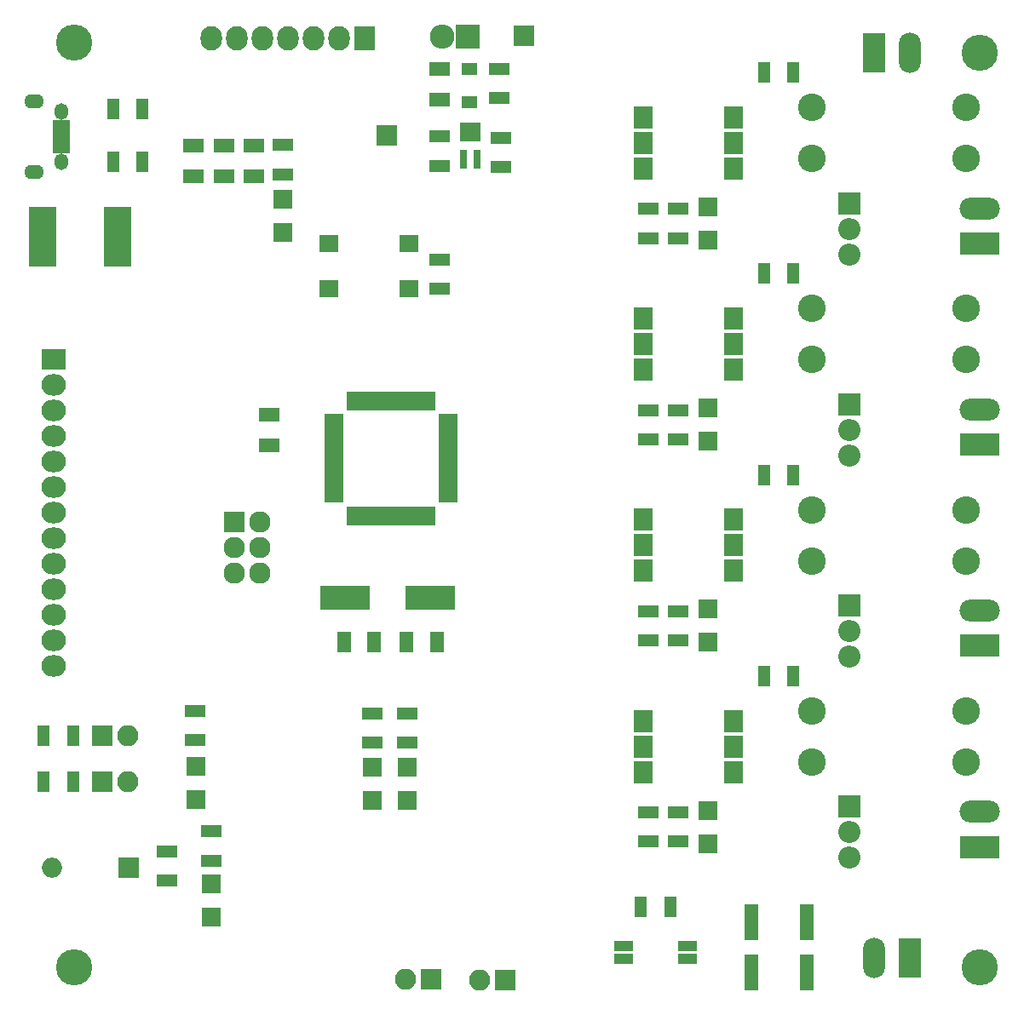
<source format=gts>
G04 #@! TF.FileFunction,Soldermask,Top*
%FSLAX46Y46*%
G04 Gerber Fmt 4.6, Leading zero omitted, Abs format (unit mm)*
G04 Created by KiCad (PCBNEW 4.0.5) date 05/01/17 10:10:01*
%MOMM*%
%LPD*%
G01*
G04 APERTURE LIST*
%ADD10C,0.100000*%
%ADD11C,3.600000*%
%ADD12R,1.920000X1.010000*%
%ADD13R,1.400000X3.600000*%
%ADD14R,2.127200X2.127200*%
%ADD15O,2.127200X2.127200*%
%ADD16R,2.200000X4.000000*%
%ADD17O,2.200000X4.000000*%
%ADD18R,2.100000X1.300000*%
%ADD19R,1.750000X0.800000*%
%ADD20O,1.350000X1.650000*%
%ADD21O,1.950000X1.400000*%
%ADD22R,2.432000X2.127200*%
%ADD23O,2.432000X2.127200*%
%ADD24R,1.900000X0.950000*%
%ADD25R,0.950000X1.900000*%
%ADD26C,2.749500*%
%ADD27R,2.000000X1.400000*%
%ADD28R,1.900000X1.900000*%
%ADD29R,2.700000X6.000000*%
%ADD30R,2.100000X2.100000*%
%ADD31O,2.100000X2.100000*%
%ADD32R,1.300000X2.100000*%
%ADD33R,1.950000X1.700000*%
%ADD34R,2.000000X2.000000*%
%ADD35O,2.000000X2.000000*%
%ADD36R,1.400000X2.000000*%
%ADD37R,4.900000X2.400000*%
%ADD38R,4.000000X2.200000*%
%ADD39O,4.000000X2.200000*%
%ADD40R,2.127200X2.432000*%
%ADD41O,2.127200X2.432000*%
%ADD42R,2.432000X2.432000*%
%ADD43O,2.432000X2.432000*%
%ADD44R,1.600000X1.300000*%
%ADD45R,0.800000X1.900000*%
%ADD46R,2.200000X2.200000*%
%ADD47O,2.200000X2.200000*%
%ADD48R,1.925000X2.180000*%
G04 APERTURE END LIST*
D10*
D11*
X125000000Y-113000000D03*
X35000000Y-113000000D03*
X125000000Y-22000000D03*
D12*
X95925000Y-112135000D03*
X95925000Y-110865000D03*
X89575000Y-110865000D03*
X89575000Y-112135000D03*
D13*
X107750000Y-113500000D03*
X102250000Y-113500000D03*
X107750000Y-108500000D03*
X102250000Y-108500000D03*
D14*
X50860000Y-68650000D03*
D15*
X53400000Y-68650000D03*
X50860000Y-71190000D03*
X53400000Y-71190000D03*
X50860000Y-73730000D03*
X53400000Y-73730000D03*
D16*
X114510000Y-22000000D03*
D17*
X118010000Y-22000000D03*
D18*
X71260000Y-33250000D03*
X71260000Y-30350000D03*
D19*
X33710000Y-29050000D03*
X33710000Y-29700000D03*
X33710000Y-30350000D03*
X33710000Y-31000000D03*
X33710000Y-31650000D03*
D20*
X33710000Y-27850000D03*
X33710000Y-32850000D03*
D21*
X31010000Y-26850000D03*
X31010000Y-33850000D03*
D18*
X95000000Y-80450000D03*
X95000000Y-77550000D03*
D22*
X32910000Y-52500000D03*
D23*
X32910000Y-55040000D03*
X32910000Y-57580000D03*
X32910000Y-60120000D03*
X32910000Y-62660000D03*
X32910000Y-65200000D03*
X32910000Y-67740000D03*
X32910000Y-70280000D03*
X32910000Y-72820000D03*
X32910000Y-75360000D03*
X32910000Y-77900000D03*
X32910000Y-80440000D03*
X32910000Y-82980000D03*
D24*
X60760000Y-58350000D03*
X60760000Y-59150000D03*
X60760000Y-59950000D03*
X60760000Y-60750000D03*
X60760000Y-61550000D03*
X60760000Y-62350000D03*
X60760000Y-63150000D03*
X60760000Y-63950000D03*
X60760000Y-64750000D03*
X60760000Y-65550000D03*
X60760000Y-66350000D03*
D25*
X62460000Y-68050000D03*
X63260000Y-68050000D03*
X64060000Y-68050000D03*
X64860000Y-68050000D03*
X65660000Y-68050000D03*
X66460000Y-68050000D03*
X67260000Y-68050000D03*
X68060000Y-68050000D03*
X68860000Y-68050000D03*
X69660000Y-68050000D03*
X70460000Y-68050000D03*
D24*
X72160000Y-66350000D03*
X72160000Y-65550000D03*
X72160000Y-64750000D03*
X72160000Y-63950000D03*
X72160000Y-63150000D03*
X72160000Y-62350000D03*
X72160000Y-61550000D03*
X72160000Y-60750000D03*
X72160000Y-59950000D03*
X72160000Y-59150000D03*
X72160000Y-58350000D03*
D25*
X70460000Y-56650000D03*
X69660000Y-56650000D03*
X68860000Y-56650000D03*
X68060000Y-56650000D03*
X67260000Y-56650000D03*
X66460000Y-56650000D03*
X65660000Y-56650000D03*
X64860000Y-56650000D03*
X64060000Y-56650000D03*
X63260000Y-56650000D03*
X62460000Y-56650000D03*
D26*
X123660640Y-27460000D03*
X123660640Y-32540000D03*
X108339360Y-27460000D03*
X108339360Y-32540000D03*
D27*
X46860000Y-31300000D03*
X46860000Y-34300000D03*
X49860000Y-31300000D03*
X49860000Y-34300000D03*
X71260000Y-26650000D03*
X71260000Y-23650000D03*
X54360000Y-61050000D03*
X54360000Y-58050000D03*
D28*
X55760000Y-36600000D03*
X55760000Y-39900000D03*
X64610000Y-93050000D03*
X64610000Y-96350000D03*
X68110000Y-93050000D03*
X68110000Y-96350000D03*
X48610000Y-104650000D03*
X48610000Y-107950000D03*
X98000000Y-37350000D03*
X98000000Y-40650000D03*
X98000000Y-57350000D03*
X98000000Y-60650000D03*
D29*
X39260000Y-40350000D03*
X31860000Y-40350000D03*
D30*
X37810000Y-94500000D03*
D31*
X40350000Y-94500000D03*
D30*
X37810000Y-89900000D03*
D31*
X40350000Y-89900000D03*
D18*
X92000000Y-40450000D03*
X92000000Y-37550000D03*
X95000000Y-40450000D03*
X95000000Y-37550000D03*
D32*
X106450000Y-24000000D03*
X103550000Y-24000000D03*
X94210000Y-106950000D03*
X91310000Y-106950000D03*
X41760000Y-32850000D03*
X38860000Y-32850000D03*
D18*
X55760000Y-31200000D03*
X55760000Y-34100000D03*
D32*
X41760000Y-27600000D03*
X38860000Y-27600000D03*
D18*
X92000000Y-60450000D03*
X92000000Y-57550000D03*
X95000000Y-60450000D03*
X95000000Y-57550000D03*
X71260000Y-42600000D03*
X71260000Y-45500000D03*
D32*
X106450000Y-44000000D03*
X103550000Y-44000000D03*
D18*
X77210000Y-26500000D03*
X77210000Y-23600000D03*
X77410000Y-33400000D03*
X77410000Y-30500000D03*
X92000000Y-80450000D03*
X92000000Y-77550000D03*
D32*
X106450000Y-64000000D03*
X103550000Y-64000000D03*
D18*
X64610000Y-87750000D03*
X64610000Y-90650000D03*
X68110000Y-87750000D03*
X68110000Y-90650000D03*
X44210000Y-104350000D03*
X44210000Y-101450000D03*
D32*
X106450000Y-84000000D03*
X103550000Y-84000000D03*
X31960000Y-94500000D03*
X34860000Y-94500000D03*
X31960000Y-89900000D03*
X34860000Y-89900000D03*
D18*
X48610000Y-99450000D03*
X48610000Y-102350000D03*
D33*
X60285000Y-41000000D03*
X68235000Y-41000000D03*
X60285000Y-45500000D03*
X68235000Y-45500000D03*
D34*
X40410000Y-103050000D03*
D35*
X32790000Y-103050000D03*
D28*
X98000000Y-77350000D03*
X98000000Y-80650000D03*
X98000000Y-97350000D03*
X98000000Y-100650000D03*
D18*
X92000000Y-100450000D03*
X92000000Y-97550000D03*
X95000000Y-100450000D03*
X95000000Y-97550000D03*
D36*
X71010000Y-80600000D03*
X68010000Y-80600000D03*
X61810000Y-80600000D03*
X64810000Y-80600000D03*
D37*
X70360000Y-76200000D03*
X61860000Y-76200000D03*
D28*
X47110000Y-92950000D03*
X47110000Y-96250000D03*
D18*
X47010000Y-87450000D03*
X47010000Y-90350000D03*
D26*
X123660640Y-47460000D03*
X123660640Y-52540000D03*
X108339360Y-47460000D03*
X108339360Y-52540000D03*
X123660640Y-67460000D03*
X123660640Y-72540000D03*
X108339360Y-67460000D03*
X108339360Y-72540000D03*
X123660640Y-87460000D03*
X123660640Y-92540000D03*
X108339360Y-87460000D03*
X108339360Y-92540000D03*
D38*
X125000000Y-61000000D03*
D39*
X125000000Y-57500000D03*
D38*
X125000000Y-81000000D03*
D39*
X125000000Y-77500000D03*
D16*
X118000000Y-112000000D03*
D17*
X114500000Y-112000000D03*
D38*
X125000000Y-41000000D03*
D39*
X125000000Y-37500000D03*
D38*
X125000000Y-101000000D03*
D39*
X125000000Y-97500000D03*
D40*
X63810000Y-20600000D03*
D41*
X61270000Y-20600000D03*
X58730000Y-20600000D03*
X56190000Y-20600000D03*
X53650000Y-20600000D03*
X51110000Y-20600000D03*
X48570000Y-20600000D03*
D42*
X74060000Y-20450000D03*
D43*
X71520000Y-20450000D03*
D44*
X74260000Y-26900000D03*
X74260000Y-23600000D03*
D27*
X52860000Y-31300000D03*
X52860000Y-34300000D03*
D45*
X75010000Y-29920000D03*
X74360000Y-29920000D03*
X73710000Y-29920000D03*
X73710000Y-32580000D03*
X75010000Y-32580000D03*
D46*
X112000000Y-37000000D03*
D47*
X112000000Y-39540000D03*
X112000000Y-42080000D03*
D46*
X112000000Y-57000000D03*
D47*
X112000000Y-59540000D03*
X112000000Y-62080000D03*
D46*
X112000000Y-77000000D03*
D47*
X112000000Y-79540000D03*
X112000000Y-82080000D03*
D46*
X112000000Y-97000000D03*
D47*
X112000000Y-99540000D03*
X112000000Y-102080000D03*
D30*
X79660000Y-20300000D03*
X77810000Y-114200000D03*
D31*
X75270000Y-114200000D03*
D30*
X70460000Y-114150000D03*
D31*
X67920000Y-114150000D03*
D48*
X91500000Y-28460000D03*
X100500000Y-33540000D03*
X91500000Y-31000000D03*
X100500000Y-31000000D03*
X91500000Y-33540000D03*
X100500000Y-28460000D03*
X91500000Y-48460000D03*
X100500000Y-53540000D03*
X91500000Y-51000000D03*
X100500000Y-51000000D03*
X91500000Y-53540000D03*
X100500000Y-48460000D03*
X91500000Y-68460000D03*
X100500000Y-73540000D03*
X91500000Y-71000000D03*
X100500000Y-71000000D03*
X91500000Y-73540000D03*
X100500000Y-68460000D03*
X91500000Y-88460000D03*
X100500000Y-93540000D03*
X91500000Y-91000000D03*
X100500000Y-91000000D03*
X91500000Y-93540000D03*
X100500000Y-88460000D03*
D30*
X66060000Y-30250000D03*
D11*
X35000000Y-21000000D03*
M02*

</source>
